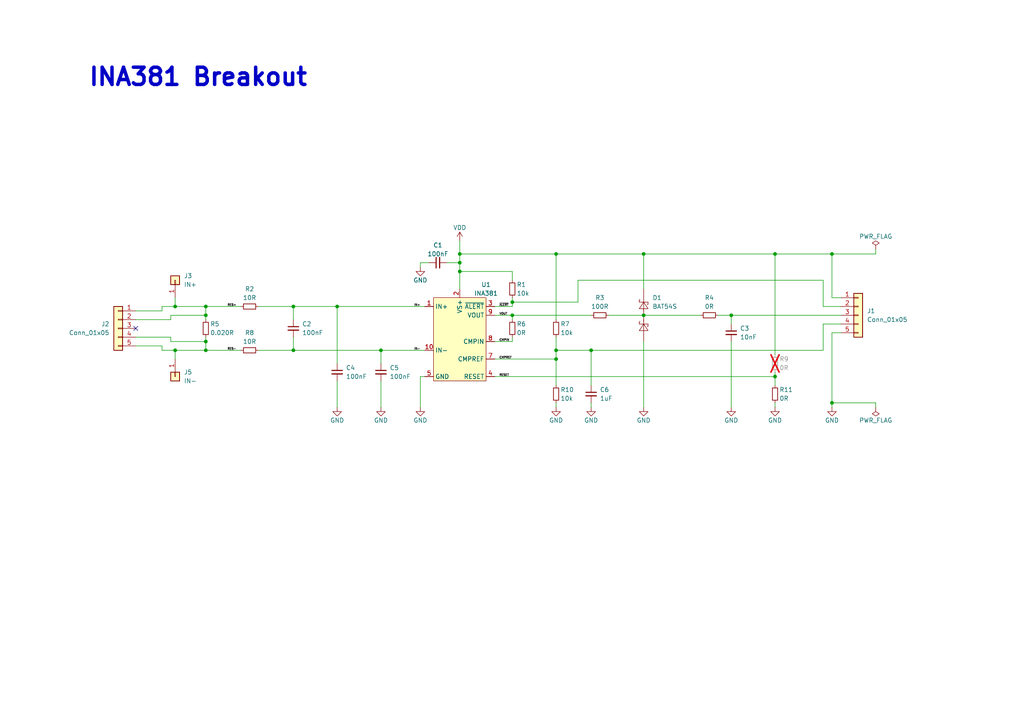
<source format=kicad_sch>
(kicad_sch (version 20230121) (generator eeschema)
  (paper "A4")
  (title_block (title "INA381 Breakout") (date "2024-01-02") (rev "V24.01.0.1") (company "Fried Electronics") (comment 1 "Tom Fry"))
  (lib_symbols
    (symbol "Connector_Generic:Conn_01x01" (pin_names (offset 1.016) hide)
      (property "Reference" "J" (at 0 2.54 0))
      (property "Value" "Conn_01x01" (at 0 -2.54 0))
      (symbol "Conn_01x01_1_1"
        (rectangle (start -1.27 0.127) (end 0 -0.127) (stroke (width 0.1524)))
        (rectangle (start -1.27 1.27) (end 1.27 -1.27) (stroke (width 0.254)) (fill (type background)))
        (pin passive line (at -5.08 0 0) (length 3.81) (name "Pin_1") (number "1"))
      )
    )
    (symbol "Connector_Generic:Conn_01x05" (pin_names (offset 1.016) hide)
      (property "Reference" "J" (at 0 7.62 0))
      (property "Value" "Conn_01x05" (at 0 -7.62 0))
      (symbol "Conn_01x05_1_1"
        (rectangle (start -1.27 -4.953) (end 0 -5.207) (stroke (width 0.1524)))
        (rectangle (start -1.27 -2.413) (end 0 -2.667) (stroke (width 0.1524)))
        (rectangle (start -1.27 0.127) (end 0 -0.127) (stroke (width 0.1524)))
        (rectangle (start -1.27 2.667) (end 0 2.413) (stroke (width 0.1524)))
        (rectangle (start -1.27 5.207) (end 0 4.953) (stroke (width 0.1524)))
        (rectangle (start -1.27 6.35) (end 1.27 -6.35) (stroke (width 0.254)) (fill (type background)))
        (pin passive line (at -5.08 5.08 0) (length 3.81) (name "Pin_1") (number "1"))
        (pin passive line (at -5.08 2.54 0) (length 3.81) (name "Pin_2") (number "2"))
        (pin passive line (at -5.08 0 0) (length 3.81) (name "Pin_3") (number "3"))
        (pin passive line (at -5.08 -2.54 0) (length 3.81) (name "Pin_4") (number "4"))
        (pin passive line (at -5.08 -5.08 0) (length 3.81) (name "Pin_5") (number "5"))
      )
    )
    (symbol "Device:C_Small" (pin_numbers hide) (pin_names (offset 0.254) hide)
      (property "Reference" "C" (at 0.254 1.778 0))
      (property "Value" "C_Small" (at 0.254 -2.032 0))
      (symbol "C_Small_0_1"
        (polyline (pts (xy -1.524 -0.508) (xy 1.524 -0.508)) (stroke (width 0.3302)))
        (polyline (pts (xy -1.524 0.508) (xy 1.524 0.508)) (stroke (width 0.3048)))
      )
      (symbol "C_Small_1_1"
        (pin passive line (at 0 2.54 270) (length 2.032) (name "~") (number "1"))
        (pin passive line (at 0 -2.54 90) (length 2.032) (name "~") (number "2"))
      )
    )
    (symbol "Device:R_Small" (pin_numbers hide) (pin_names (offset 0.254) hide)
      (property "Reference" "R" (at 0.762 0.508 0))
      (property "Value" "R_Small" (at 0.762 -1.016 0))
      (symbol "R_Small_0_1"
        (rectangle (start -0.762 1.778) (end 0.762 -1.778) (stroke (width 0.2032)))
      )
      (symbol "R_Small_1_1"
        (pin passive line (at 0 2.54 270) (length 0.762) (name "~") (number "1"))
        (pin passive line (at 0 -2.54 90) (length 0.762) (name "~") (number "2"))
      )
    )
    (symbol "friedElectronicsSymbols:BAT54S" (pin_numbers hide) (pin_names (offset 0) hide)
      (property "Reference" "D" (at 2.54 3.81 0))
      (property "Value" "BAT54S" (at 2.54 1.27 0))
      (symbol "BAT54S_0_1"
        (polyline (pts (xy -1.27 -2.54) (xy -1.27 -1.905)))
        (polyline (pts (xy -1.27 -1.905) (xy -1.016 -1.905)))
        (polyline (pts (xy -1.27 3.81) (xy -1.27 4.445)))
        (polyline (pts (xy -1.27 4.445) (xy -1.016 4.445)))
        (polyline (pts (xy 0 -3.81) (xy 0 -1.27)))
        (polyline (pts (xy 0 -1.905) (xy 0 1.905)))
        (polyline (pts (xy 0 1.27) (xy 0 3.81)))
        (polyline (pts (xy 1.27 -3.175) (xy 1.016 -3.175)))
        (polyline (pts (xy 1.27 -2.54) (xy -1.27 -2.54)))
        (polyline (pts (xy 1.27 -2.54) (xy 1.27 -3.175)))
        (polyline (pts (xy 1.27 3.175) (xy 1.016 3.175)))
        (polyline (pts (xy 1.27 3.81) (xy -1.27 3.81)))
        (polyline (pts (xy 1.27 3.81) (xy 1.27 3.175)))
        (polyline (pts (xy -1.27 -4.445) (xy 1.27 -4.445) (xy 0 -2.54) (xy -1.27 -4.445)))
        (polyline (pts (xy -1.27 1.905) (xy 1.27 1.905) (xy 0 3.81) (xy -1.27 1.905)))
      )
      (symbol "BAT54S_1_1"
        (pin passive line (at 0 -7.62 90) (length 3.81) (name "A") (number "1"))
        (pin passive line (at 0 7.62 270) (length 3.81) (name "K") (number "2"))
        (pin passive line (at 0 0 0) (length 0) (name "COM") (number "3"))
      )
    )
    (symbol "friedElectronicsSymbols:INA381"
      (property "Reference" "U" (at 7.62 11.43 0))
      (property "Value" "INA381" (at 7.62 8.89 0))
      (symbol "INA381_1_1"
        (rectangle (start -7.62 7.62) (end 7.62 -16.51) (fill (type background)))
        (pin input line (at -10.16 5.08 0) (length 2.54) (name "IN+") (number "1"))
        (pin input line (at -10.16 -7.62 0) (length 2.54) (name "IN-") (number "10"))
        (pin power_in line (at 0 10.16 270) (length 2.54) (name "VS+") (number "2"))
        (pin output line (at 10.16 5.08 180) (length 2.54) (name "~{ALERT}") (number "3"))
        (pin input line (at 10.16 -15.24 180) (length 2.54) (name "RESET") (number "4"))
        (pin power_in line (at -10.16 -15.24 0) (length 2.54) (name "GND") (number "5"))
        (pin no_connect line (at 0 10.16 270) (length 2.54) hide (name "NC") (number "6"))
        (pin input line (at 10.16 -10.16 180) (length 2.54) (name "CMPREF") (number "7"))
        (pin input line (at 10.16 -5.08 180) (length 2.54) (name "CMPIN") (number "8"))
        (pin output line (at 10.16 2.54 180) (length 2.54) (name "VOUT") (number "9"))
      )
    )
    (symbol "power:GND" (power) (pin_names (offset 0))
      (property "Value" "GND" (at 0 -3.81 0))
      (symbol "GND_0_1"
        (polyline (pts (xy 0 0) (xy 0 -1.27) (xy 1.27 -1.27) (xy 0 -2.54) (xy -1.27 -1.27) (xy 0 -1.27)))
      )
      (symbol "GND_1_1"
        (pin power_in line (at 0 0 270) (length 0) hide (name "GND") (number "1"))
      )
    )
    (symbol "power:PWR_FLAG" (power) (pin_numbers hide) (pin_names (offset 0) hide)
      (property "Value" "PWR_FLAG" (at 0 3.81 0))
      (symbol "PWR_FLAG_0_0"
        (pin power_out line (at 0 0 90) (length 0) (name "pwr") (number "1"))
      )
      (symbol "PWR_FLAG_0_1"
        (polyline (pts (xy 0 0) (xy 0 1.27) (xy -1.016 1.905) (xy 0 2.54) (xy 1.016 1.905) (xy 0 1.27)))
      )
    )
    (symbol "power:VDD" (power) (pin_names (offset 0))
      (property "Value" "VDD" (at 0 3.81 0))
      (symbol "VDD_0_1"
        (polyline (pts (xy -0.762 1.27) (xy 0 2.54)))
        (polyline (pts (xy 0 0) (xy 0 2.54)))
        (polyline (pts (xy 0 2.54) (xy 0.762 1.27)))
      )
      (symbol "VDD_1_1"
        (pin power_in line (at 0 0 90) (length 0) hide (name "VDD") (number "1"))
      )
    )
  )
  (junction (at 59.69 101.6))
  (junction (at 133.35 78.74))
  (junction (at 85.09 101.6))
  (junction (at 241.3 116.84))
  (junction (at 186.69 73.66))
  (junction (at 241.3 73.66))
  (junction (at 161.29 73.66))
  (junction (at 97.79 88.9))
  (junction (at 85.09 88.9))
  (junction (at 50.8 88.9))
  (junction (at 148.59 91.44))
  (junction (at 224.79 109.22))
  (junction (at 212.09 91.44))
  (junction (at 133.35 76.2))
  (junction (at 161.29 104.14))
  (junction (at 186.69 91.44))
  (junction (at 148.59 87.63))
  (junction (at 59.69 99.06))
  (junction (at 50.8 101.6))
  (junction (at 133.35 73.66))
  (junction (at 224.79 73.66))
  (junction (at 59.69 88.9))
  (junction (at 171.45 101.6))
  (junction (at 110.49 101.6))
  (junction (at 59.69 91.44))
  (junction (at 161.29 101.6))
  (no_connect (at 39.37 95.25))
  (wire (pts (xy 110.49 101.6) (xy 110.49 105.41)))
  (wire (pts (xy 161.29 101.6) (xy 171.45 101.6)))
  (wire (pts (xy 133.35 76.2) (xy 133.35 78.74)))
  (wire (pts (xy 224.79 73.66) (xy 224.79 102.87)))
  (wire (pts (xy 59.69 101.6) (xy 69.85 101.6)))
  (wire (pts (xy 161.29 73.66) (xy 186.69 73.66)))
  (wire (pts (xy 143.51 88.9) (xy 148.59 88.9)))
  (wire (pts (xy 74.93 88.9) (xy 85.09 88.9)))
  (wire (pts (xy 224.79 73.66) (xy 241.3 73.66)))
  (wire (pts (xy 50.8 101.6) (xy 59.69 101.6)))
  (wire (pts (xy 161.29 104.14) (xy 161.29 111.76)))
  (wire (pts (xy 46.99 90.17) (xy 46.99 88.9)))
  (wire (pts (xy 171.45 116.84) (xy 171.45 118.11)))
  (wire (pts (xy 254 72.39) (xy 254 73.66)))
  (wire (pts (xy 39.37 90.17) (xy 46.99 90.17)))
  (wire (pts (xy 49.53 97.79) (xy 49.53 99.06)))
  (wire (pts (xy 148.59 87.63) (xy 148.59 88.9)))
  (wire (pts (xy 176.53 91.44) (xy 186.69 91.44)))
  (wire (pts (xy 167.64 81.28) (xy 238.76 81.28)))
  (wire (pts (xy 133.35 69.85) (xy 133.35 73.66)))
  (wire (pts (xy 241.3 73.66) (xy 241.3 86.36)))
  (wire (pts (xy 241.3 96.52) (xy 243.84 96.52)))
  (wire (pts (xy 50.8 88.9) (xy 59.69 88.9)))
  (wire (pts (xy 97.79 110.49) (xy 97.79 118.11)))
  (wire (pts (xy 254 116.84) (xy 241.3 116.84)))
  (wire (pts (xy 121.92 109.22) (xy 121.92 118.11)))
  (wire (pts (xy 50.8 101.6) (xy 50.8 104.14)))
  (wire (pts (xy 224.79 107.95) (xy 224.79 109.22)))
  (wire (pts (xy 97.79 88.9) (xy 97.79 105.41)))
  (wire (pts (xy 241.3 118.11) (xy 241.3 116.84)))
  (wire (pts (xy 143.51 109.22) (xy 224.79 109.22)))
  (wire (pts (xy 110.49 101.6) (xy 123.19 101.6)))
  (wire (pts (xy 171.45 101.6) (xy 238.76 101.6)))
  (wire (pts (xy 133.35 78.74) (xy 133.35 83.82)))
  (wire (pts (xy 161.29 116.84) (xy 161.29 118.11)))
  (wire (pts (xy 161.29 92.71) (xy 161.29 73.66)))
  (wire (pts (xy 110.49 110.49) (xy 110.49 118.11)))
  (wire (pts (xy 241.3 86.36) (xy 243.84 86.36)))
  (wire (pts (xy 46.99 88.9) (xy 50.8 88.9)))
  (wire (pts (xy 186.69 91.44) (xy 203.2 91.44)))
  (wire (pts (xy 224.79 116.84) (xy 224.79 118.11)))
  (wire (pts (xy 148.59 87.63) (xy 148.59 86.36)))
  (wire (pts (xy 49.53 92.71) (xy 49.53 91.44)))
  (wire (pts (xy 39.37 97.79) (xy 49.53 97.79)))
  (wire (pts (xy 171.45 101.6) (xy 171.45 111.76)))
  (wire (pts (xy 97.79 88.9) (xy 123.19 88.9)))
  (wire (pts (xy 186.69 83.82) (xy 186.69 73.66)))
  (wire (pts (xy 85.09 101.6) (xy 74.93 101.6)))
  (wire (pts (xy 85.09 101.6) (xy 110.49 101.6)))
  (wire (pts (xy 241.3 116.84) (xy 241.3 96.52)))
  (wire (pts (xy 46.99 100.33) (xy 46.99 101.6)))
  (wire (pts (xy 124.46 76.2) (xy 121.92 76.2)))
  (wire (pts (xy 50.8 86.36) (xy 50.8 88.9)))
  (wire (pts (xy 39.37 100.33) (xy 46.99 100.33)))
  (wire (pts (xy 59.69 97.79) (xy 59.69 99.06)))
  (wire (pts (xy 224.79 109.22) (xy 224.79 111.76)))
  (wire (pts (xy 148.59 87.63) (xy 167.64 87.63)))
  (wire (pts (xy 129.54 76.2) (xy 133.35 76.2)))
  (wire (pts (xy 49.53 99.06) (xy 59.69 99.06)))
  (wire (pts (xy 212.09 91.44) (xy 243.84 91.44)))
  (wire (pts (xy 167.64 87.63) (xy 167.64 81.28)))
  (wire (pts (xy 186.69 73.66) (xy 224.79 73.66)))
  (wire (pts (xy 161.29 101.6) (xy 161.29 104.14)))
  (wire (pts (xy 85.09 88.9) (xy 97.79 88.9)))
  (wire (pts (xy 46.99 101.6) (xy 50.8 101.6)))
  (wire (pts (xy 133.35 73.66) (xy 133.35 76.2)))
  (wire (pts (xy 121.92 109.22) (xy 123.19 109.22)))
  (wire (pts (xy 243.84 93.98) (xy 238.76 93.98)))
  (wire (pts (xy 59.69 88.9) (xy 69.85 88.9)))
  (wire (pts (xy 212.09 93.98) (xy 212.09 91.44)))
  (wire (pts (xy 148.59 81.28) (xy 148.59 78.74)))
  (wire (pts (xy 133.35 73.66) (xy 161.29 73.66)))
  (wire (pts (xy 143.51 99.06) (xy 148.59 99.06)))
  (wire (pts (xy 148.59 92.71) (xy 148.59 91.44)))
  (wire (pts (xy 59.69 99.06) (xy 59.69 101.6)))
  (wire (pts (xy 238.76 88.9) (xy 238.76 81.28)))
  (wire (pts (xy 85.09 88.9) (xy 85.09 92.71)))
  (wire (pts (xy 148.59 78.74) (xy 133.35 78.74)))
  (wire (pts (xy 148.59 99.06) (xy 148.59 97.79)))
  (wire (pts (xy 59.69 92.71) (xy 59.69 91.44)))
  (wire (pts (xy 148.59 91.44) (xy 143.51 91.44)))
  (wire (pts (xy 212.09 118.11) (xy 212.09 99.06)))
  (wire (pts (xy 39.37 92.71) (xy 49.53 92.71)))
  (wire (pts (xy 254 118.11) (xy 254 116.84)))
  (wire (pts (xy 254 73.66) (xy 241.3 73.66)))
  (wire (pts (xy 121.92 76.2) (xy 121.92 77.47)))
  (wire (pts (xy 243.84 88.9) (xy 238.76 88.9)))
  (wire (pts (xy 143.51 104.14) (xy 161.29 104.14)))
  (wire (pts (xy 238.76 93.98) (xy 238.76 101.6)))
  (wire (pts (xy 49.53 91.44) (xy 59.69 91.44)))
  (wire (pts (xy 186.69 99.06) (xy 186.69 118.11)))
  (wire (pts (xy 212.09 91.44) (xy 208.28 91.44)))
  (wire (pts (xy 59.69 91.44) (xy 59.69 88.9)))
  (wire (pts (xy 148.59 91.44) (xy 171.45 91.44)))
  (wire (pts (xy 161.29 97.79) (xy 161.29 101.6)))
  (wire (pts (xy 85.09 97.79) (xy 85.09 101.6)))
  (text "INA381 Breakout" (at 25.4 25.4 0) (effects (font (size 5 5) (thickness 1) bold) (justify left bottom)))
  (label "RES-" (at 68.58 101.6 180) (effects (font (size 0.6 0.6))))
  (label "RES+" (at 68.58 88.9 180) (effects (font (size 0.6 0.6))))
  (label "CMPREF" (at 144.78 104.14 0) (effects (font (size 0.6 0.6))))
  (label "IN+" (at 121.92 88.9 180) (effects (font (size 0.6 0.6))))
  (label "CMPIN" (at 144.78 99.06 0) (effects (font (size 0.6 0.6))))
  (label "IN-" (at 121.92 101.6 180) (effects (font (size 0.6 0.6))))
  (label "VOUT" (at 144.78 91.44 0) (effects (font (size 0.6 0.6))))
  (label "~{ALERT}" (at 144.78 88.9 0) (effects (font (size 0.6 0.6))))
  (label "RESET" (at 144.78 109.22 0) (effects (font (size 0.6 0.6))))
  (symbol (lib_id "Connector_Generic:Conn_01x05") (at 248.92 91.44 0) (unit 1)
    (property "Reference" "J1" (at 251.46 90.17 0) (effects (justify left)))
    (property "Value" "Conn_01x05" (at 251.46 92.71 0) (effects (justify left)))
    (property "Footprint" "Connector_PinHeader_2.54mm:PinHeader_1x05_P2.54mm_Vertical" (effects hide))
    (property "Manufacturer Part Number" "10129378-905001BLF" (effects hide))
    (property "Mouser Part Number" "649-1012937890501BLF" (effects hide))
  )
  (symbol (lib_id "friedElectronicsSymbols:INA381") (at 133.35 93.98 0) (unit 1)
    (property "Reference" "U1" (at 140.97 82.55 0))
    (property "Value" "INA381" (at 140.97 85.09 0))
    (property "Footprint" "Package_SO:VSSOP-10_3x3mm_P0.5mm" (effects hide))
    (property "Manufacturer Part Number" "INA381A2IDGSR" (effects hide))
    (property "Mouser Part Number" "595-INA381A2IDGSR" (effects hide))
  )
  (symbol (lib_id "Device:C_Small") (at 110.49 107.95 0) (unit 1)
    (property "Reference" "C5" (at 113.03 106.68 0) (effects (justify left)))
    (property "Value" "100nF" (at 113.03 109.22 0) (effects (justify left)))
    (property "Footprint" "Capacitor_SMD:C_0603_1608Metric" (effects hide))
    (property "Manufacturer Part Number" "885012206095" (effects hide))
    (property "Mouser Part Number" "710-885012206095" (effects hide))
  )
  (symbol (lib_id "Device:C_Small") (at 171.45 114.3 0) (unit 1)
    (property "Reference" "C6" (at 173.99 113.03 0) (effects (justify left)))
    (property "Value" "1uF" (at 173.99 115.57 0) (effects (justify left)))
    (property "Footprint" "Capacitor_SMD:C_0603_1608Metric" (effects hide))
    (property "Manufacturer Part Number" "CL10B105KB8NQNC" (effects hide))
    (property "Mouser Part Number" "187-CL10B105KB8NQNC" (effects hide))
  )
  (symbol (lib_id "Device:R_Small") (at 72.39 88.9 90) (unit 1)
    (property "Reference" "R2" (at 72.39 83.82 90))
    (property "Value" "10R" (at 72.39 86.36 90))
    (property "Footprint" "Resistor_SMD:R_0603_1608Metric" (effects hide))
    (property "Manufacturer Part Number" "CRT0603-BY-10R0ELF" (effects hide))
    (property "Mouser Part Number" "652-CRT0603BY10R0ELF" (effects hide))
  )
  (symbol (lib_id "Device:R_Small") (at 161.29 95.25 0) (unit 1)
    (property "Reference" "R7" (at 162.56 93.98 0) (effects (justify left)))
    (property "Value" "10k" (at 162.56 96.52 0) (effects (justify left)))
    (property "Footprint" "Resistor_SMD:R_0603_1608Metric" (effects hide))
    (property "Manufacturer Part Number" "RN73R1JTTD1002B25" (effects hide))
    (property "Mouser Part Number" "660-RN73R1JTD1002B25" (effects hide))
  )
  (symbol (lib_id "Device:R_Small") (at 72.39 101.6 90) (unit 1)
    (property "Reference" "R8" (at 72.39 96.52 90))
    (property "Value" "10R" (at 72.39 99.06 90))
    (property "Footprint" "Resistor_SMD:R_0603_1608Metric" (effects hide))
    (property "Manufacturer Part Number" "CRT0603-BY-10R0ELF" (effects hide))
    (property "Mouser Part Number" "652-CRT0603BY10R0ELF" (effects hide))
  )
  (symbol (lib_id "Device:R_Small") (at 148.59 95.25 0) (unit 1)
    (property "Reference" "R6" (at 149.86 93.98 0) (effects (justify left)))
    (property "Value" "0R" (at 149.86 96.52 0) (effects (justify left)))
    (property "Footprint" "Resistor_SMD:R_0603_1608Metric" (effects hide))
    (property "Manufacturer Part Number" "RC0603JR-070RL" (effects hide))
    (property "Mouser Part Number" "603-RC0603JR-070RL" (effects hide))
  )
  (symbol (lib_id "power:GND") (at 171.45 118.11 0) (unit 1)
    (property "Reference" "#PWR011" (effects hide))
    (property "Value" "GND" (at 171.45 121.92 0))
  )
  (symbol (lib_id "Device:C_Small") (at 97.79 107.95 0) (unit 1)
    (property "Reference" "C4" (at 100.33 106.68 0) (effects (justify left)))
    (property "Value" "100nF" (at 100.33 109.22 0) (effects (justify left)))
    (property "Footprint" "Capacitor_SMD:C_0603_1608Metric" (effects hide))
    (property "Manufacturer Part Number" "885012206095" (effects hide))
    (property "Mouser Part Number" "710-885012206095" (effects hide))
  )
  (symbol (lib_id "Connector_Generic:Conn_01x01") (at 50.8 109.22 270) (unit 1) (in_bom no)
    (property "Reference" "J5" (at 53.34 107.95 90) (effects (justify left)))
    (property "Value" "IN-" (at 53.34 110.49 90) (effects (justify left)))
    (property "Footprint" "TestPoint:TestPoint_Pad_2.0x2.0mm" (effects hide))
  )
  (symbol (lib_id "Device:R_Small") (at 224.79 105.41 0) (unit 1) (dnp yes)
    (property "Reference" "R9" (at 226.06 104.14 0) (effects (justify left)))
    (property "Value" "0R" (at 226.06 106.68 0) (effects (justify left)))
    (property "Footprint" "Resistor_SMD:R_0603_1608Metric" (effects hide))
    (property "Manufacturer Part Number" "RC0603JR-070RL" (effects hide))
    (property "Mouser Part Number" "603-RC0603JR-070RL" (effects hide))
  )
  (symbol (lib_id "Device:R_Small") (at 173.99 91.44 90) (unit 1)
    (property "Reference" "R3" (at 173.99 86.36 90))
    (property "Value" "100R" (at 173.99 88.9 90))
    (property "Footprint" "Resistor_SMD:R_0603_1608Metric" (effects hide))
    (property "Manufacturer Part Number" "RN73R1JTTD1000B25" (effects hide))
    (property "Mouser Part Number" "660-RN73R1JTD1000B25" (effects hide))
  )
  (symbol (lib_id "power:GND") (at 121.92 118.11 0) (unit 1)
    (property "Reference" "#PWR05" (effects hide))
    (property "Value" "GND" (at 121.92 121.92 0))
  )
  (symbol (lib_id "Device:C_Small") (at 212.09 96.52 0) (unit 1)
    (property "Reference" "C3" (at 214.63 95.25 0) (effects (justify left)))
    (property "Value" "10nF" (at 214.63 97.79 0) (effects (justify left)))
    (property "Footprint" "Capacitor_SMD:C_0603_1608Metric" (effects hide))
    (property "Manufacturer Part Number" "CL10B103KB8NNNL" (effects hide))
    (property "Mouser Part Number" "187-CL10B103KB8NNNL" (effects hide))
  )
  (symbol (lib_id "Device:R_Small") (at 161.29 114.3 0) (unit 1)
    (property "Reference" "R10" (at 162.56 113.03 0) (effects (justify left)))
    (property "Value" "10k" (at 162.56 115.57 0) (effects (justify left)))
    (property "Footprint" "Resistor_SMD:R_0603_1608Metric" (effects hide))
    (property "Manufacturer Part Number" "RN73R1JTTD1002B25" (effects hide))
    (property "Mouser Part Number" "660-RN73R1JTD1002B25" (effects hide))
  )
  (symbol (lib_id "Device:R_Small") (at 148.59 83.82 0) (unit 1)
    (property "Reference" "R1" (at 149.86 82.55 0) (effects (justify left)))
    (property "Value" "10k" (at 149.86 85.09 0) (effects (justify left)))
    (property "Footprint" "Resistor_SMD:R_0603_1608Metric" (effects hide))
    (property "Manufacturer Part Number" "RN73R1JTTD1002B25" (effects hide))
    (property "Mouser Part Number" "660-RN73R1JTD1002B25" (effects hide))
  )
  (symbol (lib_id "power:VDD") (at 133.35 69.85 0) (unit 1)
    (property "Reference" "#PWR01" (effects hide))
    (property "Value" "VDD" (at 133.35 66.04 0))
  )
  (symbol (lib_id "Device:R_Small") (at 59.69 95.25 0) (unit 1)
    (property "Reference" "R5" (at 60.96 93.98 0) (effects (justify left)))
    (property "Value" "0.020R" (at 60.96 96.52 0) (effects (justify left)))
    (property "Footprint" "Resistor_SMD:R_1206_3216Metric" (effects hide))
    (property "Manufacturer Part Number" "MFL1206R0200FS" (effects hide))
    (property "Mouser Part Number" "504-MFL1206R0200FS" (effects hide))
  )
  (symbol (lib_id "friedElectronicsSymbols:BAT54S") (at 186.69 91.44 0) (unit 1)
    (property "Reference" "D1" (at 189.23 86.36 0) (effects (justify left)))
    (property "Value" "BAT54S" (at 189.23 88.9 0) (effects (justify left)))
    (property "Footprint" "Package_TO_SOT_SMD:SOT-23" (effects hide))
    (property "Datasheet" "https://www.diodes.com/assets/Datasheets/ds11005.pdf" (effects hide))
    (property "Manufacturer Part Number" "BAT54S-7-F" (effects hide))
    (property "Mouser Part Number" "621-BAT54S-F" (effects hide))
  )
  (symbol (lib_id "Device:C_Small") (at 127 76.2 90) (unit 1)
    (property "Reference" "C1" (at 127 71.12 90))
    (property "Value" "100nF" (at 127 73.66 90))
    (property "Footprint" "Capacitor_SMD:C_0603_1608Metric" (effects hide))
    (property "Manufacturer Part Number" "885012206095" (effects hide))
    (property "Mouser Part Number" "710-885012206095" (effects hide))
  )
  (symbol (lib_id "Device:R_Small") (at 205.74 91.44 90) (unit 1)
    (property "Reference" "R4" (at 205.74 86.36 90))
    (property "Value" "0R" (at 205.74 88.9 90))
    (property "Footprint" "Resistor_SMD:R_0603_1608Metric" (effects hide))
    (property "Manufacturer Part Number" "RC0603JR-070RL" (effects hide))
    (property "Mouser Part Number" "603-RC0603JR-070RL" (effects hide))
  )
  (symbol (lib_id "power:GND") (at 212.09 118.11 0) (unit 1)
    (property "Reference" "#PWR08" (effects hide))
    (property "Value" "GND" (at 212.09 121.92 0))
  )
  (symbol (lib_id "power:PWR_FLAG") (at 254 118.11 180) (unit 1)
    (property "Reference" "#FLG01" (effects hide))
    (property "Value" "PWR_FLAG" (at 254 121.92 0))
  )
  (symbol (lib_id "Connector_Generic:Conn_01x05") (at 34.29 95.25 0) (mirror y) (unit 1)
    (property "Reference" "J2" (at 31.75 93.98 0) (effects (justify left)))
    (property "Value" "Conn_01x05" (at 31.75 96.52 0) (effects (justify left)))
    (property "Footprint" "Connector_PinHeader_2.54mm:PinHeader_1x05_P2.54mm_Vertical" (effects hide))
    (property "Manufacturer Part Number" "10129378-905001BLF" (effects hide))
    (property "Mouser Part Number" "649-1012937890501BLF" (effects hide))
  )
  (symbol (lib_id "power:PWR_FLAG") (at 254 72.39 0) (unit 1)
    (property "Reference" "#FLG02" (effects hide))
    (property "Value" "PWR_FLAG" (at 254 68.58 0))
  )
  (symbol (lib_id "power:GND") (at 224.79 118.11 0) (unit 1)
    (property "Reference" "#PWR09" (effects hide))
    (property "Value" "GND" (at 224.79 121.92 0))
  )
  (symbol (lib_id "power:GND") (at 121.92 77.47 0) (unit 1)
    (property "Reference" "#PWR02" (effects hide))
    (property "Value" "GND" (at 121.92 81.28 0))
  )
  (symbol (lib_id "power:GND") (at 110.49 118.11 0) (unit 1)
    (property "Reference" "#PWR04" (effects hide))
    (property "Value" "GND" (at 110.49 121.92 0))
  )
  (symbol (lib_id "power:GND") (at 241.3 118.11 0) (unit 1)
    (property "Reference" "#PWR010" (effects hide))
    (property "Value" "GND" (at 241.3 121.92 0))
  )
  (symbol (lib_id "Connector_Generic:Conn_01x01") (at 50.8 81.28 90) (unit 1) (in_bom no)
    (property "Reference" "J3" (at 53.34 80.01 90) (effects (justify right)))
    (property "Value" "IN+" (at 53.34 82.55 90) (effects (justify right)))
    (property "Footprint" "TestPoint:TestPoint_Pad_2.0x2.0mm" (effects hide))
  )
  (symbol (lib_id "Device:R_Small") (at 224.79 114.3 0) (unit 1)
    (property "Reference" "R11" (at 226.06 113.03 0) (effects (justify left)))
    (property "Value" "0R" (at 226.06 115.57 0) (effects (justify left)))
    (property "Footprint" "Resistor_SMD:R_0603_1608Metric" (effects hide))
    (property "Manufacturer Part Number" "RC0603JR-070RL" (effects hide))
    (property "Mouser Part Number" "603-RC0603JR-070RL" (effects hide))
  )
  (symbol (lib_id "power:GND") (at 161.29 118.11 0) (unit 1)
    (property "Reference" "#PWR06" (effects hide))
    (property "Value" "GND" (at 161.29 121.92 0))
  )
  (symbol (lib_id "power:GND") (at 97.79 118.11 0) (unit 1)
    (property "Reference" "#PWR03" (effects hide))
    (property "Value" "GND" (at 97.79 121.92 0))
  )
  (symbol (lib_id "power:GND") (at 186.69 118.11 0) (unit 1)
    (property "Reference" "#PWR07" (effects hide))
    (property "Value" "GND" (at 186.69 121.92 0))
  )
  (symbol (lib_id "Device:C_Small") (at 85.09 95.25 0) (unit 1)
    (property "Reference" "C2" (at 87.63 93.98 0) (effects (justify left)))
    (property "Value" "100nF" (at 87.63 96.52 0) (effects (justify left)))
    (property "Footprint" "Capacitor_SMD:C_0603_1608Metric" (effects hide))
    (property "Manufacturer Part Number" "885012206095" (effects hide))
    (property "Mouser Part Number" "710-885012206095" (effects hide))
  )
)
</source>
